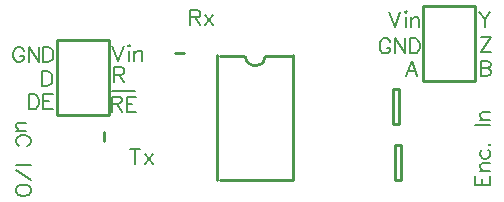
<source format=gbr>
G04 DipTrace Beta 2.9.0.1*
G04 TopSilk.gbr*
%MOIN*%
G04 #@! TF.FileFunction,Legend,Top*
G04 #@! TF.Part,Single*
%ADD10C,0.009843*%
%ADD16C,0.007*%
%ADD42C,0.00772*%
%FSLAX26Y26*%
G04*
G70*
G90*
G75*
G01*
G04 TopSilk*
%LPD*%
X978558Y904343D2*
D10*
X947062D1*
X1679580Y596949D2*
Y478812D1*
X1699225D1*
Y596949D1*
X1679580D1*
X1673329Y784469D2*
Y666332D1*
X1692974D1*
Y784469D1*
X1673329D1*
X710572Y609526D2*
Y641022D1*
X726256Y947547D2*
X553028D1*
Y695579D1*
X726256D1*
Y947547D1*
X1774424Y809304D2*
X1947652D1*
Y1061273D1*
X1774424D1*
Y809304D1*
X1088603Y895608D2*
Y479991D1*
X1340673Y895608D2*
Y479991D1*
X1095899Y481529D2*
X1339650D1*
X1095899Y894070D2*
X1177134D1*
X1245869D2*
X1339650D1*
X1182250Y889373D2*
G03X1247025Y889373I32387J3481D01*
G01*
X737786Y775290D2*
D16*
X812794D1*
X1665109Y940163D2*
D42*
X1662732Y944917D1*
X1657924Y949725D1*
X1653171Y952102D1*
X1643609D1*
X1638801Y949725D1*
X1634048Y944917D1*
X1631616Y940163D1*
X1629239Y932978D1*
Y920985D1*
X1631616Y913855D1*
X1634048Y909047D1*
X1638801Y904294D1*
X1643609Y901862D1*
X1653171D1*
X1657924Y904294D1*
X1662732Y909047D1*
X1665109Y913855D1*
Y920985D1*
X1653171D1*
X1714042Y952102D2*
Y901862D1*
X1680548Y952102D1*
Y901862D1*
X1729481Y952102D2*
Y901862D1*
X1746228D1*
X1753413Y904294D1*
X1758221Y909047D1*
X1760598Y913855D1*
X1762974Y920985D1*
Y932978D1*
X1760598Y940163D1*
X1758221Y944917D1*
X1753413Y949725D1*
X1746228Y952102D1*
X1729481D1*
X1755050Y826854D2*
X1735872Y877094D1*
X1716748Y826854D1*
X1723933Y843600D2*
X1747865D1*
X1966775Y877094D2*
Y826854D1*
X1988330D1*
X1995515Y829286D1*
X1997891Y831662D1*
X2000268Y836415D1*
Y843600D1*
X1997891Y848409D1*
X1995515Y850786D1*
X1988330Y853162D1*
X1995515Y855594D1*
X1997891Y857971D1*
X2000268Y862724D1*
Y867532D1*
X1997891Y872285D1*
X1995515Y874717D1*
X1988330Y877094D1*
X1966775D1*
Y853162D2*
X1988330D1*
X1966775Y958352D2*
X2000268D1*
X1966775Y908112D1*
X2000268D1*
X1960524Y1039611D2*
X1979647Y1015679D1*
Y989371D1*
X1998770Y1039611D2*
X1979647Y1015679D1*
X1660492Y1039611D2*
X1679616Y989371D1*
X1698739Y1039611D1*
X1714178D2*
X1716555Y1037234D1*
X1718987Y1039611D1*
X1716555Y1042043D1*
X1714178Y1039611D1*
X1716555Y1022864D2*
Y989371D1*
X1734426Y1022864D2*
Y989371D1*
Y1013303D2*
X1741611Y1020488D1*
X1746419Y1022864D1*
X1753549D1*
X1758358Y1020488D1*
X1760734Y1013303D1*
Y989371D1*
X1947780Y494415D2*
Y463353D1*
X1998020D1*
Y494415D1*
X1971712Y463353D2*
Y482477D1*
X1964527Y509854D2*
X1998020D1*
X1974089D2*
X1966904Y517039D1*
X1964527Y521848D1*
Y528977D1*
X1966904Y533786D1*
X1974089Y536162D1*
X1998020D1*
X1971712Y580342D2*
X1966904Y575533D1*
X1964527Y570725D1*
Y563595D1*
X1966904Y558787D1*
X1971712Y554033D1*
X1978897Y551602D1*
X1983650D1*
X1990835Y554033D1*
X1995588Y558787D1*
X1998020Y563595D1*
Y570725D1*
X1995588Y575533D1*
X1990835Y580342D1*
X1993212Y598158D2*
X1995644Y595781D1*
X1998020Y598158D1*
X1995644Y600589D1*
X1993212Y598158D1*
X1947780Y664630D2*
X1998020D1*
X1964527Y680069D2*
X1998020D1*
X1974089D2*
X1966904Y687254D1*
X1964527Y692062D1*
Y699192D1*
X1966903Y704001D1*
X1974089Y706377D1*
X1998020D1*
X443658Y911157D2*
X441281Y915910D1*
X436473Y920719D1*
X431719Y923095D1*
X422158D1*
X417349Y920719D1*
X412596Y915910D1*
X410164Y911157D1*
X407788Y903972D1*
Y891978D1*
X410164Y884849D1*
X412596Y880040D1*
X417349Y875287D1*
X422158Y872855D1*
X431719D1*
X436473Y875287D1*
X441281Y880040D1*
X443658Y884849D1*
Y891978D1*
X431719D1*
X492590Y923095D2*
Y872855D1*
X459097Y923095D1*
Y872855D1*
X508029Y923095D2*
Y872855D1*
X524776D1*
X531961Y875287D1*
X536770Y880040D1*
X539146Y884849D1*
X541523Y891978D1*
Y903972D1*
X539146Y911157D1*
X536770Y915910D1*
X531961Y920719D1*
X524776Y923095D1*
X508029D1*
X504672Y843133D2*
Y792893D1*
X521419D1*
X528604Y795325D1*
X533412Y800078D1*
X535789Y804887D1*
X538165Y812016D1*
Y824010D1*
X535789Y831195D1*
X533412Y835948D1*
X528604Y840757D1*
X521419Y843133D1*
X504672D1*
X458927Y765816D2*
Y715576D1*
X475673D1*
X482858Y718007D1*
X487667Y722761D1*
X490043Y727569D1*
X492420Y734699D1*
Y746692D1*
X490043Y753877D1*
X487667Y758631D1*
X482858Y763439D1*
X475673Y765816D1*
X458927D1*
X538921D2*
X507859D1*
Y715576D1*
X538921D1*
X507859Y741884D2*
X526983D1*
X736828Y734402D2*
X758328D1*
X765513Y736834D1*
X767945Y739211D1*
X770322Y743964D1*
Y748772D1*
X767945Y753526D1*
X765513Y755957D1*
X758328Y758334D1*
X736828D1*
Y708094D1*
X753575Y734402D2*
X770322Y708094D1*
X816822Y758334D2*
X785761D1*
Y708094D1*
X816822D1*
X785761Y734402D2*
X804884D1*
X744705Y831703D2*
X766205D1*
X773390Y834135D1*
X775822Y836511D1*
X778198Y841264D1*
Y846073D1*
X775822Y850826D1*
X773390Y853258D1*
X766205Y855634D1*
X744705D1*
Y805394D1*
X761452Y831703D2*
X778198Y805394D1*
X737781Y928053D2*
X756904Y877813D1*
X776028Y928053D1*
X791467D2*
X793843Y925677D1*
X796275Y928053D1*
X793843Y930485D1*
X791467Y928053D1*
X793843Y911306D2*
Y877813D1*
X811715Y911306D2*
Y877813D1*
Y901745D2*
X818900Y908930D1*
X823708Y911306D1*
X830838D1*
X835646Y908930D1*
X838023Y901745D1*
Y877813D1*
X450125Y671068D2*
X426194D1*
X419064Y668691D1*
X416632Y663883D1*
Y656698D1*
X419064Y651945D1*
X426194Y644760D1*
X450125D2*
X416632D1*
X454934Y593450D2*
X459687Y595827D1*
X464495Y600636D1*
X466872Y605389D1*
Y614950D1*
X464495Y619759D1*
X459687Y624512D1*
X454934Y626944D1*
X447749Y629320D1*
X435755D1*
X428625Y626944D1*
X423817Y624512D1*
X419064Y619759D1*
X416632Y614950D1*
Y605389D1*
X419064Y600636D1*
X423817Y595827D1*
X428625Y593451D1*
X466872Y529410D2*
X416632D1*
Y513971D2*
X466817Y480478D1*
X466872Y450668D2*
X464495Y455477D1*
X459687Y460230D1*
X454934Y462662D1*
X447749Y465038D1*
X435755D1*
X428625Y462662D1*
X423817Y460230D1*
X419064Y455477D1*
X416632Y450668D1*
Y441107D1*
X419064Y436354D1*
X423817Y431545D1*
X428625Y429169D1*
X435755Y426792D1*
X447749D1*
X454934Y429169D1*
X459687Y431545D1*
X464495Y436354D1*
X466872Y441107D1*
Y450668D1*
X997923Y1021930D2*
X1019423D1*
X1026608Y1024362D1*
X1029040Y1026738D1*
X1031416Y1031491D1*
Y1036300D1*
X1029040Y1041053D1*
X1026608Y1043485D1*
X1019423Y1045862D1*
X997923D1*
Y995622D1*
X1014669Y1021930D2*
X1031416Y995622D1*
X1046855Y1029115D2*
X1073164Y995622D1*
Y1029115D2*
X1046855Y995622D1*
X814648Y583313D2*
Y533073D1*
X797902Y583313D2*
X831395D1*
X846834Y566566D2*
X873143Y533073D1*
Y566566D2*
X846834Y533073D1*
M02*

</source>
